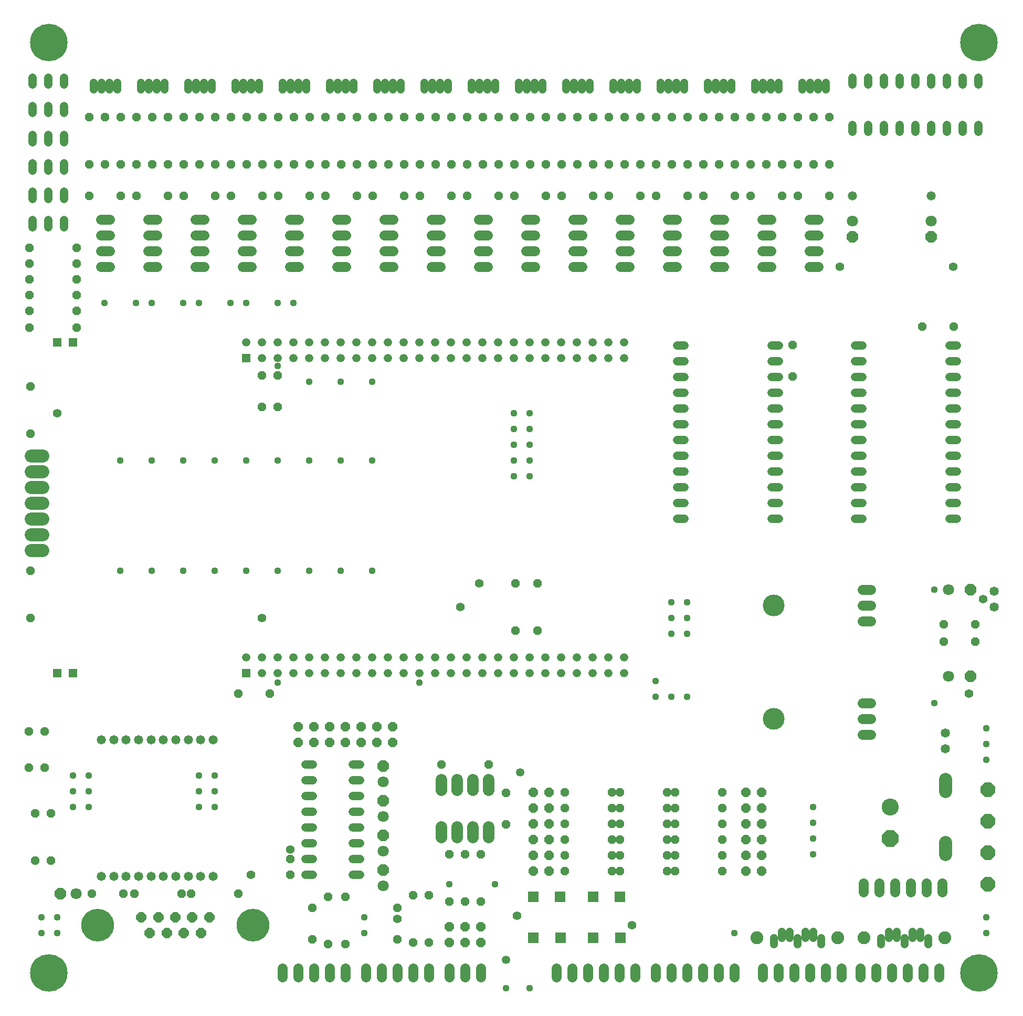
<source format=gbr>
G75*
%MOIN*%
%OFA0B0*%
%FSLAX24Y24*%
%IPPOS*%
%LPD*%
%AMOC8*
5,1,8,0,0,1.08239X$1,22.5*
%
%ADD10R,0.0521X0.0521*%
%ADD11C,0.0521*%
%ADD12C,0.0640*%
%ADD13OC8,0.0528*%
%ADD14C,0.0580*%
%ADD15OC8,0.0710*%
%ADD16C,0.0710*%
%ADD17C,0.1380*%
%ADD18C,0.0584*%
%ADD19OC8,0.0940*%
%ADD20C,0.0528*%
%ADD21C,0.0500*%
%ADD22C,0.1080*%
%ADD23OC8,0.1080*%
%ADD24C,0.2380*%
%ADD25OC8,0.0584*%
%ADD26C,0.0486*%
%ADD27C,0.0822*%
%ADD28C,0.0740*%
%ADD29OC8,0.0640*%
%ADD30C,0.2080*%
%ADD31C,0.0840*%
%ADD32C,0.0820*%
%ADD33R,0.0686X0.0686*%
%ADD34C,0.0530*%
%ADD35C,0.0440*%
%ADD36C,0.0560*%
D10*
X004862Y023190D03*
X005862Y023190D03*
X016862Y023190D03*
X016862Y043190D03*
X005862Y044190D03*
X004862Y044190D03*
D11*
X016862Y044190D03*
X017862Y044190D03*
X018862Y044190D03*
X018862Y043190D03*
X017862Y043190D03*
X019862Y043190D03*
X020862Y043190D03*
X020862Y044190D03*
X019862Y044190D03*
X021862Y044190D03*
X022862Y044190D03*
X022862Y043190D03*
X021862Y043190D03*
X023862Y043190D03*
X024862Y043190D03*
X024862Y044190D03*
X023862Y044190D03*
X025862Y044190D03*
X026862Y044190D03*
X026862Y043190D03*
X025862Y043190D03*
X027862Y043190D03*
X028862Y043190D03*
X028862Y044190D03*
X027862Y044190D03*
X029862Y044190D03*
X030862Y044190D03*
X030862Y043190D03*
X029862Y043190D03*
X031862Y043190D03*
X032862Y043190D03*
X032862Y044190D03*
X031862Y044190D03*
X033862Y044190D03*
X034862Y044190D03*
X034862Y043190D03*
X033862Y043190D03*
X035862Y043190D03*
X036862Y043190D03*
X037862Y043190D03*
X037862Y044190D03*
X036862Y044190D03*
X035862Y044190D03*
X038862Y044190D03*
X039862Y044190D03*
X039862Y043190D03*
X038862Y043190D03*
X040862Y043190D03*
X040862Y044190D03*
X040862Y024190D03*
X040862Y023190D03*
X039862Y023190D03*
X038862Y023190D03*
X038862Y024190D03*
X039862Y024190D03*
X037862Y024190D03*
X036862Y024190D03*
X035862Y024190D03*
X035862Y023190D03*
X036862Y023190D03*
X037862Y023190D03*
X034862Y023190D03*
X033862Y023190D03*
X033862Y024190D03*
X034862Y024190D03*
X032862Y024190D03*
X031862Y024190D03*
X031862Y023190D03*
X032862Y023190D03*
X030862Y023190D03*
X029862Y023190D03*
X029862Y024190D03*
X030862Y024190D03*
X028862Y024190D03*
X027862Y024190D03*
X027862Y023190D03*
X028862Y023190D03*
X026862Y023190D03*
X025862Y023190D03*
X025862Y024190D03*
X026862Y024190D03*
X024862Y024190D03*
X023862Y024190D03*
X023862Y023190D03*
X024862Y023190D03*
X022862Y023190D03*
X021862Y023190D03*
X021862Y024190D03*
X022862Y024190D03*
X020862Y024190D03*
X019862Y024190D03*
X019862Y023190D03*
X020862Y023190D03*
X018862Y023190D03*
X017862Y023190D03*
X017862Y024190D03*
X018862Y024190D03*
X016862Y024190D03*
D12*
X019162Y004470D02*
X019162Y003910D01*
X020162Y003910D02*
X020162Y004470D01*
X021162Y004470D02*
X021162Y003910D01*
X022162Y003910D02*
X022162Y004470D01*
X023162Y004470D02*
X023162Y003910D01*
X024462Y003910D02*
X024462Y004470D01*
X025462Y004470D02*
X025462Y003910D01*
X026462Y003910D02*
X026462Y004470D01*
X027462Y004470D02*
X027462Y003910D01*
X028462Y003910D02*
X028462Y004470D01*
X029762Y004470D02*
X029762Y003910D01*
X030762Y003910D02*
X030762Y004470D01*
X031762Y004470D02*
X031762Y003910D01*
X036562Y003910D02*
X036562Y004470D01*
X037562Y004470D02*
X037562Y003910D01*
X038562Y003910D02*
X038562Y004470D01*
X039562Y004470D02*
X039562Y003910D01*
X040562Y003910D02*
X040562Y004470D01*
X041562Y004470D02*
X041562Y003910D01*
X042862Y003910D02*
X042862Y004470D01*
X043862Y004470D02*
X043862Y003910D01*
X044862Y003910D02*
X044862Y004470D01*
X045862Y004470D02*
X045862Y003910D01*
X046862Y003910D02*
X046862Y004470D01*
X047862Y004470D02*
X047862Y003910D01*
X049662Y003910D02*
X049662Y004470D01*
X050662Y004470D02*
X050662Y003910D01*
X051662Y003910D02*
X051662Y004470D01*
X052662Y004470D02*
X052662Y003910D01*
X053662Y003910D02*
X053662Y004470D01*
X054662Y004470D02*
X054662Y003910D01*
X055862Y003910D02*
X055862Y004470D01*
X056862Y004470D02*
X056862Y003910D01*
X057862Y003910D02*
X057862Y004470D01*
X058862Y004470D02*
X058862Y003910D01*
X059862Y003910D02*
X059862Y004470D01*
X060862Y004470D02*
X060862Y003910D01*
X061062Y009310D02*
X061062Y009870D01*
X060062Y009870D02*
X060062Y009310D01*
X059062Y009310D02*
X059062Y009870D01*
X058062Y009870D02*
X058062Y009310D01*
X057062Y009310D02*
X057062Y009870D01*
X056062Y009870D02*
X056062Y009310D01*
X055982Y019290D02*
X056542Y019290D01*
X056542Y020290D02*
X055982Y020290D01*
X055982Y021290D02*
X056542Y021290D01*
X056542Y026490D02*
X055982Y026490D01*
X055982Y027490D02*
X056542Y027490D01*
X056542Y028490D02*
X055982Y028490D01*
X053192Y048990D02*
X052632Y048990D01*
X052632Y049990D02*
X053192Y049990D01*
X053192Y050990D02*
X052632Y050990D01*
X052632Y051990D02*
X053192Y051990D01*
X050192Y051990D02*
X049632Y051990D01*
X049632Y050990D02*
X050192Y050990D01*
X050192Y049990D02*
X049632Y049990D01*
X049632Y048990D02*
X050192Y048990D01*
X047192Y048990D02*
X046632Y048990D01*
X046632Y049990D02*
X047192Y049990D01*
X047192Y050990D02*
X046632Y050990D01*
X046632Y051990D02*
X047192Y051990D01*
X044192Y051990D02*
X043632Y051990D01*
X043632Y050990D02*
X044192Y050990D01*
X044192Y049990D02*
X043632Y049990D01*
X043632Y048990D02*
X044192Y048990D01*
X041192Y048990D02*
X040632Y048990D01*
X040632Y049990D02*
X041192Y049990D01*
X041192Y050990D02*
X040632Y050990D01*
X040632Y051990D02*
X041192Y051990D01*
X038192Y051990D02*
X037632Y051990D01*
X037632Y050990D02*
X038192Y050990D01*
X038192Y049990D02*
X037632Y049990D01*
X037632Y048990D02*
X038192Y048990D01*
X035192Y048990D02*
X034632Y048990D01*
X034632Y049990D02*
X035192Y049990D01*
X035192Y050990D02*
X034632Y050990D01*
X034632Y051990D02*
X035192Y051990D01*
X032192Y051990D02*
X031632Y051990D01*
X031632Y050990D02*
X032192Y050990D01*
X032192Y049990D02*
X031632Y049990D01*
X031632Y048990D02*
X032192Y048990D01*
X029192Y048990D02*
X028632Y048990D01*
X028632Y049990D02*
X029192Y049990D01*
X029192Y050990D02*
X028632Y050990D01*
X028632Y051990D02*
X029192Y051990D01*
X026192Y051990D02*
X025632Y051990D01*
X025632Y050990D02*
X026192Y050990D01*
X026192Y049990D02*
X025632Y049990D01*
X025632Y048990D02*
X026192Y048990D01*
X023192Y048990D02*
X022632Y048990D01*
X022632Y049990D02*
X023192Y049990D01*
X023192Y050990D02*
X022632Y050990D01*
X022632Y051990D02*
X023192Y051990D01*
X020192Y051990D02*
X019632Y051990D01*
X019632Y050990D02*
X020192Y050990D01*
X020192Y049990D02*
X019632Y049990D01*
X019632Y048990D02*
X020192Y048990D01*
X017192Y048990D02*
X016632Y048990D01*
X016632Y049990D02*
X017192Y049990D01*
X017192Y050990D02*
X016632Y050990D01*
X016632Y051990D02*
X017192Y051990D01*
X014192Y051990D02*
X013632Y051990D01*
X013632Y050990D02*
X014192Y050990D01*
X014192Y049990D02*
X013632Y049990D01*
X013632Y048990D02*
X014192Y048990D01*
X011192Y048990D02*
X010632Y048990D01*
X010632Y049990D02*
X011192Y049990D01*
X011192Y050990D02*
X010632Y050990D01*
X010632Y051990D02*
X011192Y051990D01*
X008192Y051990D02*
X007632Y051990D01*
X007632Y050990D02*
X008192Y050990D01*
X008192Y049990D02*
X007632Y049990D01*
X007632Y048990D02*
X008192Y048990D01*
D13*
X006112Y049190D03*
X006112Y048190D03*
X006112Y047190D03*
X006112Y046190D03*
X006112Y045140D03*
X003112Y045140D03*
X003112Y046190D03*
X003112Y047190D03*
X003112Y048190D03*
X003112Y049190D03*
X003112Y050190D03*
X006112Y050190D03*
X006912Y053490D03*
X008912Y053490D03*
X009912Y053490D03*
X011912Y053490D03*
X012912Y053490D03*
X014912Y053490D03*
X015912Y053490D03*
X017912Y053490D03*
X018912Y053490D03*
X020912Y053490D03*
X021912Y053490D03*
X023912Y053490D03*
X024912Y053490D03*
X026912Y053490D03*
X027912Y053490D03*
X029912Y053490D03*
X030912Y053490D03*
X032912Y053490D03*
X033912Y053490D03*
X035912Y053490D03*
X036912Y053490D03*
X038912Y053490D03*
X039912Y053490D03*
X041912Y053490D03*
X042912Y053490D03*
X044912Y053490D03*
X045912Y053490D03*
X047912Y053490D03*
X048912Y053490D03*
X050912Y053490D03*
X051912Y053490D03*
X053912Y053490D03*
X053912Y055490D03*
X052912Y055490D03*
X051912Y055490D03*
X050912Y055490D03*
X049912Y055490D03*
X048912Y055490D03*
X047912Y055490D03*
X046912Y055490D03*
X045912Y055490D03*
X044912Y055490D03*
X043912Y055490D03*
X042912Y055490D03*
X041912Y055490D03*
X040912Y055490D03*
X039912Y055490D03*
X038912Y055490D03*
X037912Y055490D03*
X036912Y055490D03*
X035912Y055490D03*
X034912Y055490D03*
X033912Y055490D03*
X032912Y055490D03*
X031912Y055490D03*
X030912Y055490D03*
X029912Y055490D03*
X028912Y055490D03*
X027912Y055490D03*
X026912Y055490D03*
X025912Y055490D03*
X024912Y055490D03*
X023912Y055490D03*
X022912Y055490D03*
X021912Y055490D03*
X020912Y055490D03*
X019912Y055490D03*
X018912Y055490D03*
X017912Y055490D03*
X016912Y055490D03*
X015912Y055490D03*
X014912Y055490D03*
X013912Y055490D03*
X012912Y055490D03*
X011912Y055490D03*
X010912Y055490D03*
X009912Y055490D03*
X008912Y055490D03*
X007912Y055490D03*
X006912Y055490D03*
X006912Y058490D03*
X007912Y058490D03*
X008912Y058490D03*
X009912Y058490D03*
X010912Y058490D03*
X011912Y058490D03*
X012912Y058490D03*
X013912Y058490D03*
X014912Y058490D03*
X015912Y058490D03*
X016912Y058490D03*
X017912Y058490D03*
X018912Y058490D03*
X019912Y058490D03*
X020912Y058490D03*
X021912Y058490D03*
X022912Y058490D03*
X023912Y058490D03*
X024912Y058490D03*
X025912Y058490D03*
X026912Y058490D03*
X027912Y058490D03*
X028912Y058490D03*
X029912Y058490D03*
X030912Y058490D03*
X031912Y058490D03*
X032912Y058490D03*
X033912Y058490D03*
X034912Y058490D03*
X035912Y058490D03*
X036912Y058490D03*
X037912Y058490D03*
X038912Y058490D03*
X039912Y058490D03*
X040912Y058490D03*
X041912Y058490D03*
X042912Y058490D03*
X043912Y058490D03*
X044912Y058490D03*
X045912Y058490D03*
X046912Y058490D03*
X047912Y058490D03*
X048912Y058490D03*
X049912Y058490D03*
X050912Y058490D03*
X051912Y058490D03*
X052912Y058490D03*
X053912Y058490D03*
X059812Y045190D03*
X061812Y045190D03*
X051562Y044040D03*
X051562Y042040D03*
X061162Y026290D03*
X061162Y025190D03*
X063162Y025190D03*
X063162Y026290D03*
X047112Y015640D03*
X047112Y014640D03*
X047112Y013640D03*
X047112Y012640D03*
X047112Y011640D03*
X047112Y010640D03*
X044112Y010640D03*
X043612Y010640D03*
X043612Y011640D03*
X044112Y011640D03*
X044112Y012640D03*
X043612Y012640D03*
X043612Y013640D03*
X044112Y013640D03*
X044112Y014640D03*
X043612Y014640D03*
X043612Y015640D03*
X044112Y015640D03*
X040612Y015640D03*
X040112Y015640D03*
X040112Y014640D03*
X040612Y014640D03*
X040612Y013640D03*
X040112Y013640D03*
X040112Y012640D03*
X040612Y012640D03*
X040612Y011640D03*
X040112Y011640D03*
X040112Y010640D03*
X040612Y010640D03*
X037112Y010640D03*
X037112Y011640D03*
X037112Y012640D03*
X037112Y013640D03*
X037112Y014640D03*
X037112Y015640D03*
X033362Y015590D03*
X032262Y017390D03*
X029262Y017390D03*
X033362Y013590D03*
X031762Y011690D03*
X030762Y011690D03*
X029762Y011690D03*
X028462Y009090D03*
X027462Y009090D03*
X026462Y008290D03*
X026462Y006290D03*
X027462Y006090D03*
X028462Y006090D03*
X029762Y008690D03*
X030762Y008690D03*
X031762Y008690D03*
X023162Y008990D03*
X022062Y008990D03*
X021062Y008290D03*
X021062Y006290D03*
X022062Y005990D03*
X023162Y005990D03*
X019662Y010390D03*
X019662Y011390D03*
X016362Y009190D03*
X013362Y009190D03*
X012762Y009190D03*
X009762Y009190D03*
X009062Y009190D03*
X007062Y009190D03*
X004462Y011290D03*
X003462Y011290D03*
X003462Y014290D03*
X004462Y014290D03*
X004062Y017190D03*
X003062Y017190D03*
X003062Y019490D03*
X004062Y019490D03*
X003162Y026690D03*
X003162Y029690D03*
X003162Y038390D03*
X003162Y041390D03*
X017862Y042090D03*
X018862Y042090D03*
X018862Y040090D03*
X017862Y040090D03*
X033962Y028890D03*
X035362Y028890D03*
X035362Y025890D03*
X033962Y025890D03*
X018362Y021890D03*
X016362Y021890D03*
D14*
X014755Y018971D03*
X013967Y018971D03*
X013180Y018971D03*
X012393Y018971D03*
X011605Y018971D03*
X010818Y018971D03*
X010030Y018971D03*
X009243Y018971D03*
X008456Y018971D03*
X007668Y018971D03*
X007668Y010309D03*
X008456Y010309D03*
X009243Y010309D03*
X010030Y010309D03*
X010818Y010309D03*
X011605Y010309D03*
X012393Y010309D03*
X013180Y010309D03*
X013967Y010309D03*
X014755Y010309D03*
X055362Y053490D03*
X060362Y053490D03*
D15*
X060362Y050890D03*
X055362Y050890D03*
X062862Y028490D03*
X062862Y022990D03*
X025562Y017290D03*
X025562Y015090D03*
X025562Y012890D03*
X025562Y010690D03*
X005062Y009190D03*
D16*
X006062Y009190D03*
X025562Y009690D03*
X025562Y011890D03*
X025562Y014090D03*
X025562Y016290D03*
X055362Y051890D03*
X060362Y051890D03*
X061462Y028490D03*
X061462Y022990D03*
D17*
X050362Y020290D03*
X050362Y027490D03*
D18*
X061262Y019390D03*
X061262Y018390D03*
X064362Y027390D03*
X064362Y028390D03*
D19*
X063962Y015790D03*
X063962Y013790D03*
X063962Y011790D03*
X063962Y009790D03*
D20*
X061986Y032990D02*
X061538Y032990D01*
X061538Y033990D02*
X061986Y033990D01*
X061986Y034990D02*
X061538Y034990D01*
X061538Y035990D02*
X061986Y035990D01*
X061986Y036990D02*
X061538Y036990D01*
X061538Y037990D02*
X061986Y037990D01*
X061986Y038990D02*
X061538Y038990D01*
X061538Y039990D02*
X061986Y039990D01*
X061986Y040990D02*
X061538Y040990D01*
X061538Y041990D02*
X061986Y041990D01*
X061986Y042990D02*
X061538Y042990D01*
X061538Y043990D02*
X061986Y043990D01*
X055986Y043990D02*
X055538Y043990D01*
X055538Y042990D02*
X055986Y042990D01*
X055986Y041990D02*
X055538Y041990D01*
X055538Y040990D02*
X055986Y040990D01*
X055986Y039990D02*
X055538Y039990D01*
X055538Y038990D02*
X055986Y038990D01*
X055986Y037990D02*
X055538Y037990D01*
X055538Y036990D02*
X055986Y036990D01*
X055986Y035990D02*
X055538Y035990D01*
X055538Y034990D02*
X055986Y034990D01*
X055986Y033990D02*
X055538Y033990D01*
X055538Y032990D02*
X055986Y032990D01*
X050686Y032990D02*
X050238Y032990D01*
X050238Y033990D02*
X050686Y033990D01*
X050686Y034990D02*
X050238Y034990D01*
X050238Y035990D02*
X050686Y035990D01*
X050686Y036990D02*
X050238Y036990D01*
X050238Y037990D02*
X050686Y037990D01*
X050686Y038990D02*
X050238Y038990D01*
X050238Y039990D02*
X050686Y039990D01*
X050686Y040990D02*
X050238Y040990D01*
X050238Y041990D02*
X050686Y041990D01*
X050686Y042990D02*
X050238Y042990D01*
X050238Y043990D02*
X050686Y043990D01*
X044686Y043990D02*
X044238Y043990D01*
X044238Y042990D02*
X044686Y042990D01*
X044686Y041990D02*
X044238Y041990D01*
X044238Y040990D02*
X044686Y040990D01*
X044686Y039990D02*
X044238Y039990D01*
X044238Y038990D02*
X044686Y038990D01*
X044686Y037990D02*
X044238Y037990D01*
X044238Y036990D02*
X044686Y036990D01*
X044686Y035990D02*
X044238Y035990D01*
X044238Y034990D02*
X044686Y034990D01*
X044686Y033990D02*
X044238Y033990D01*
X044238Y032990D02*
X044686Y032990D01*
X024086Y017390D02*
X023638Y017390D01*
X023638Y016390D02*
X024086Y016390D01*
X024086Y015390D02*
X023638Y015390D01*
X023638Y014390D02*
X024086Y014390D01*
X024086Y013390D02*
X023638Y013390D01*
X023638Y012390D02*
X024086Y012390D01*
X024086Y011390D02*
X023638Y011390D01*
X023638Y010390D02*
X024086Y010390D01*
X021086Y010390D02*
X020638Y010390D01*
X020638Y011390D02*
X021086Y011390D01*
X021086Y012390D02*
X020638Y012390D01*
X020638Y013390D02*
X021086Y013390D01*
X021086Y014390D02*
X020638Y014390D01*
X020638Y015390D02*
X021086Y015390D01*
X021086Y016390D02*
X020638Y016390D01*
X020638Y017390D02*
X021086Y017390D01*
X005312Y051516D02*
X005312Y051964D01*
X004312Y051964D02*
X004312Y051516D01*
X003312Y051516D02*
X003312Y051964D01*
X003312Y053316D02*
X003312Y053764D01*
X003312Y055116D02*
X003312Y055564D01*
X004312Y055564D02*
X004312Y055116D01*
X005312Y055116D02*
X005312Y055564D01*
X005312Y056916D02*
X005312Y057364D01*
X004312Y057364D02*
X004312Y056916D01*
X003312Y056916D02*
X003312Y057364D01*
X003312Y058766D02*
X003312Y059214D01*
X004312Y059214D02*
X004312Y058766D01*
X005312Y058766D02*
X005312Y059214D01*
X005312Y060566D02*
X005312Y061014D01*
X004312Y061014D02*
X004312Y060566D01*
X003312Y060566D02*
X003312Y061014D01*
X004312Y053764D02*
X004312Y053316D01*
X005312Y053316D02*
X005312Y053764D01*
X055362Y057566D02*
X055362Y058014D01*
X056362Y058014D02*
X056362Y057566D01*
X057362Y057566D02*
X057362Y058014D01*
X058362Y058014D02*
X058362Y057566D01*
X059362Y057566D02*
X059362Y058014D01*
X060362Y058014D02*
X060362Y057566D01*
X061362Y057566D02*
X061362Y058014D01*
X062362Y058014D02*
X062362Y057566D01*
X063362Y057566D02*
X063362Y058014D01*
X063362Y060566D02*
X063362Y061014D01*
X062362Y061014D02*
X062362Y060566D01*
X061362Y060566D02*
X061362Y061014D01*
X060362Y061014D02*
X060362Y060566D01*
X059362Y060566D02*
X059362Y061014D01*
X058362Y061014D02*
X058362Y060566D01*
X057362Y060566D02*
X057362Y061014D01*
X056362Y061014D02*
X056362Y060566D01*
X055362Y060566D02*
X055362Y061014D01*
D21*
X053662Y060700D02*
X053662Y060280D01*
X053162Y060280D02*
X053162Y060700D01*
X052662Y060700D02*
X052662Y060280D01*
X052162Y060280D02*
X052162Y060700D01*
X050662Y060700D02*
X050662Y060280D01*
X050162Y060280D02*
X050162Y060700D01*
X049662Y060700D02*
X049662Y060280D01*
X049162Y060280D02*
X049162Y060700D01*
X047662Y060700D02*
X047662Y060280D01*
X047162Y060280D02*
X047162Y060700D01*
X046662Y060700D02*
X046662Y060280D01*
X046162Y060280D02*
X046162Y060700D01*
X044662Y060700D02*
X044662Y060280D01*
X044162Y060280D02*
X044162Y060700D01*
X043662Y060700D02*
X043662Y060280D01*
X043162Y060280D02*
X043162Y060700D01*
X041662Y060700D02*
X041662Y060280D01*
X041162Y060280D02*
X041162Y060700D01*
X040662Y060700D02*
X040662Y060280D01*
X040162Y060280D02*
X040162Y060700D01*
X038662Y060700D02*
X038662Y060280D01*
X038162Y060280D02*
X038162Y060700D01*
X037662Y060700D02*
X037662Y060280D01*
X037162Y060280D02*
X037162Y060700D01*
X035662Y060700D02*
X035662Y060280D01*
X035162Y060280D02*
X035162Y060700D01*
X034662Y060700D02*
X034662Y060280D01*
X034162Y060280D02*
X034162Y060700D01*
X032662Y060700D02*
X032662Y060280D01*
X032162Y060280D02*
X032162Y060700D01*
X031662Y060700D02*
X031662Y060280D01*
X031162Y060280D02*
X031162Y060700D01*
X029662Y060700D02*
X029662Y060280D01*
X029162Y060280D02*
X029162Y060700D01*
X028662Y060700D02*
X028662Y060280D01*
X028162Y060280D02*
X028162Y060700D01*
X026662Y060700D02*
X026662Y060280D01*
X026162Y060280D02*
X026162Y060700D01*
X025662Y060700D02*
X025662Y060280D01*
X025162Y060280D02*
X025162Y060700D01*
X023662Y060700D02*
X023662Y060280D01*
X023162Y060280D02*
X023162Y060700D01*
X022662Y060700D02*
X022662Y060280D01*
X022162Y060280D02*
X022162Y060700D01*
X020662Y060700D02*
X020662Y060280D01*
X020162Y060280D02*
X020162Y060700D01*
X019662Y060700D02*
X019662Y060280D01*
X019162Y060280D02*
X019162Y060700D01*
X017662Y060700D02*
X017662Y060280D01*
X017162Y060280D02*
X017162Y060700D01*
X016662Y060700D02*
X016662Y060280D01*
X016162Y060280D02*
X016162Y060700D01*
X014662Y060700D02*
X014662Y060280D01*
X014162Y060280D02*
X014162Y060700D01*
X013662Y060700D02*
X013662Y060280D01*
X013162Y060280D02*
X013162Y060700D01*
X011662Y060700D02*
X011662Y060280D01*
X011162Y060280D02*
X011162Y060700D01*
X010662Y060700D02*
X010662Y060280D01*
X010162Y060280D02*
X010162Y060700D01*
X008662Y060700D02*
X008662Y060280D01*
X008162Y060280D02*
X008162Y060700D01*
X007662Y060700D02*
X007662Y060280D01*
X007162Y060280D02*
X007162Y060700D01*
D22*
X057762Y014690D03*
D23*
X057762Y012690D03*
D24*
X004334Y004162D03*
X004334Y063218D03*
X063389Y063218D03*
X063389Y004162D03*
D25*
X049612Y010640D03*
X049612Y011640D03*
X049612Y012640D03*
X049612Y013640D03*
X049612Y014640D03*
X049612Y015640D03*
X048612Y015640D03*
X048612Y014640D03*
X048612Y013640D03*
X048612Y012640D03*
X048612Y011640D03*
X048612Y010640D03*
X036112Y010640D03*
X036112Y011640D03*
X036112Y012640D03*
X036112Y013640D03*
X036112Y014640D03*
X036112Y015640D03*
X035112Y015640D03*
X035112Y014640D03*
X035112Y013640D03*
X035112Y012640D03*
X035112Y011640D03*
X035112Y010640D03*
X031762Y007090D03*
X031762Y006090D03*
X030762Y006090D03*
X030762Y007090D03*
X029762Y007090D03*
X029762Y006090D03*
X026162Y018790D03*
X025162Y018790D03*
X025162Y019790D03*
X026162Y019790D03*
X024162Y019790D03*
X023162Y019790D03*
X023162Y018790D03*
X024162Y018790D03*
X022162Y018790D03*
X021162Y018790D03*
X021162Y019790D03*
X022162Y019790D03*
X020162Y019790D03*
X020162Y018790D03*
D26*
X050362Y006396D02*
X050362Y005990D01*
X050862Y006384D02*
X050862Y006790D01*
X051362Y006790D02*
X051362Y006384D01*
X051862Y006396D02*
X051862Y005990D01*
X052362Y006384D02*
X052362Y006790D01*
X052862Y006790D02*
X052862Y006384D01*
X053362Y006396D02*
X053362Y005990D01*
X057162Y005990D02*
X057162Y006396D01*
X057662Y006384D02*
X057662Y006790D01*
X058162Y006790D02*
X058162Y006384D01*
X058662Y006396D02*
X058662Y005990D01*
X059162Y006384D02*
X059162Y006790D01*
X059662Y006790D02*
X059662Y006384D01*
X060162Y006396D02*
X060162Y005990D01*
D27*
X061217Y006390D03*
X056107Y006390D03*
X054417Y006390D03*
X049307Y006390D03*
D28*
X032262Y012760D02*
X032262Y013420D01*
X031262Y013420D02*
X031262Y012760D01*
X030262Y012760D02*
X030262Y013420D01*
X029262Y013420D02*
X029262Y012760D01*
X029262Y015760D02*
X029262Y016420D01*
X030262Y016420D02*
X030262Y015760D01*
X031262Y015760D02*
X031262Y016420D01*
X032262Y016420D02*
X032262Y015760D01*
D29*
X014522Y007690D03*
X013982Y006690D03*
X012902Y006690D03*
X013442Y007690D03*
X012362Y007690D03*
X011822Y006690D03*
X011282Y007690D03*
X010202Y007690D03*
X010742Y006690D03*
D30*
X007432Y007190D03*
X017292Y007190D03*
D31*
X061262Y011710D02*
X061262Y012470D01*
X061262Y015710D02*
X061262Y016470D01*
D32*
X003932Y030990D02*
X003192Y030990D01*
X003192Y031990D02*
X003932Y031990D01*
X003932Y032990D02*
X003192Y032990D01*
X003192Y033990D02*
X003932Y033990D01*
X003932Y034990D02*
X003192Y034990D01*
X003192Y035990D02*
X003932Y035990D01*
X003932Y036990D02*
X003192Y036990D01*
D33*
X035095Y008989D03*
X036788Y008989D03*
X038895Y008989D03*
X040588Y008989D03*
X040628Y006391D03*
X038895Y006391D03*
X036828Y006391D03*
X035095Y006391D03*
D34*
X033362Y004990D03*
X034262Y016890D03*
D35*
X027862Y022590D03*
X024862Y029690D03*
X022862Y029690D03*
X020862Y029690D03*
X018862Y029690D03*
X016862Y029690D03*
X014862Y029690D03*
X012862Y029690D03*
X010862Y029690D03*
X008862Y029690D03*
X008862Y036690D03*
X010862Y036690D03*
X012862Y036690D03*
X014862Y036690D03*
X016862Y036690D03*
X018862Y036690D03*
X020862Y036690D03*
X022862Y036690D03*
X024862Y036690D03*
X024862Y041690D03*
X022862Y041690D03*
X020862Y041690D03*
X018862Y042690D03*
X018862Y046690D03*
X019862Y046690D03*
X016862Y046690D03*
X015862Y046690D03*
X013862Y046690D03*
X012862Y046690D03*
X010862Y046690D03*
X009862Y046690D03*
X007862Y046690D03*
X018862Y022590D03*
X014862Y016690D03*
X013862Y016690D03*
X013862Y015690D03*
X014862Y015690D03*
X014862Y014690D03*
X013862Y014690D03*
X006862Y014690D03*
X006862Y015690D03*
X006862Y016690D03*
X005862Y016690D03*
X005862Y015690D03*
X005862Y014690D03*
X004862Y007690D03*
X004862Y006690D03*
X003862Y006690D03*
X003862Y007690D03*
X024362Y007690D03*
X024362Y006690D03*
X029762Y009790D03*
X032662Y009790D03*
X033362Y003190D03*
X034862Y003190D03*
X047862Y006690D03*
X052862Y011690D03*
X052862Y012690D03*
X052862Y013690D03*
X052862Y014690D03*
X060562Y021290D03*
X063862Y019690D03*
X063862Y018690D03*
X063862Y017690D03*
X063862Y007690D03*
X063862Y006690D03*
X044862Y021690D03*
X043862Y021690D03*
X042862Y021690D03*
X042862Y022690D03*
X043862Y025690D03*
X043862Y026690D03*
X044862Y026690D03*
X044862Y025690D03*
X044862Y027690D03*
X043862Y027690D03*
X034862Y035690D03*
X034862Y036690D03*
X034862Y037690D03*
X033862Y037690D03*
X033862Y036690D03*
X033862Y035690D03*
X033862Y038690D03*
X034862Y038690D03*
X034862Y039690D03*
X033862Y039690D03*
X060562Y028490D03*
D36*
X063662Y027890D03*
X062762Y021890D03*
X041362Y007190D03*
X034062Y007790D03*
X026462Y007590D03*
X019662Y011990D03*
X017162Y010390D03*
X017862Y026690D03*
X030462Y027390D03*
X031662Y028890D03*
X054562Y048990D03*
X061762Y048990D03*
X004862Y039690D03*
M02*

</source>
